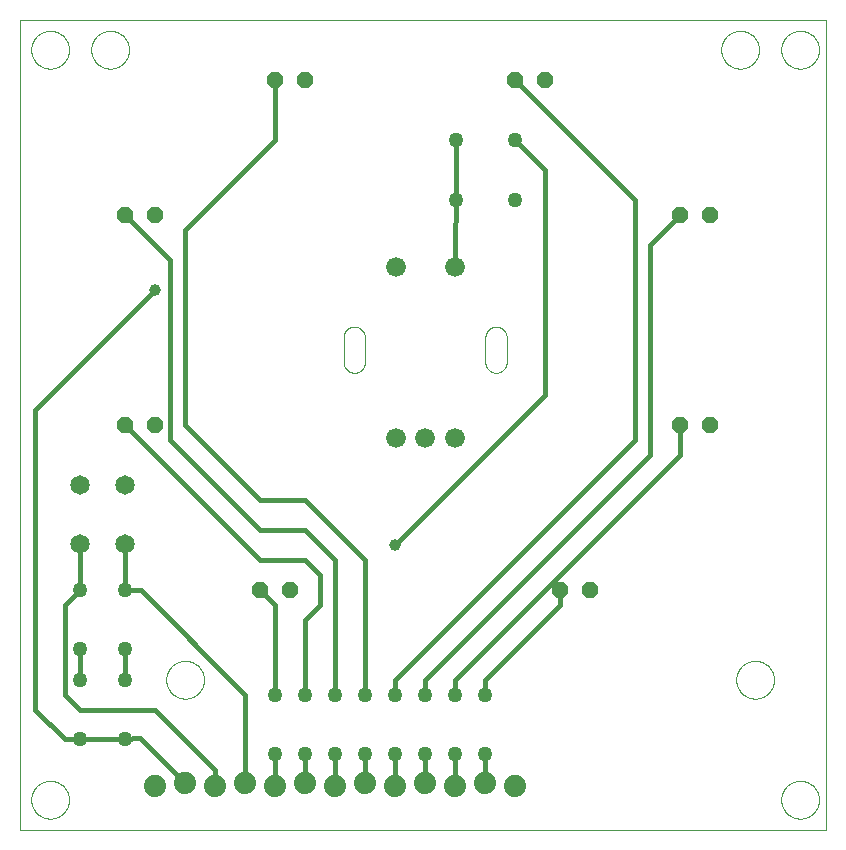
<source format=gtl>
G75*
%MOIN*%
%OFA0B0*%
%FSLAX25Y25*%
%IPPOS*%
%LPD*%
%AMOC8*
5,1,8,0,0,1.08239X$1,22.5*
%
%ADD10C,0.00000*%
%ADD11C,0.06500*%
%ADD12OC8,0.05200*%
%ADD13C,0.05000*%
%ADD14C,0.06600*%
%ADD15C,0.07400*%
%ADD16C,0.01600*%
%ADD17C,0.03962*%
D10*
X0001800Y0001800D02*
X0001800Y0271761D01*
X0270501Y0271761D01*
X0270501Y0001800D01*
X0001800Y0001800D01*
X0005501Y0011800D02*
X0005503Y0011958D01*
X0005509Y0012116D01*
X0005519Y0012274D01*
X0005533Y0012432D01*
X0005551Y0012589D01*
X0005572Y0012746D01*
X0005598Y0012902D01*
X0005628Y0013058D01*
X0005661Y0013213D01*
X0005699Y0013366D01*
X0005740Y0013519D01*
X0005785Y0013671D01*
X0005834Y0013822D01*
X0005887Y0013971D01*
X0005943Y0014119D01*
X0006003Y0014265D01*
X0006067Y0014410D01*
X0006135Y0014553D01*
X0006206Y0014695D01*
X0006280Y0014835D01*
X0006358Y0014972D01*
X0006440Y0015108D01*
X0006524Y0015242D01*
X0006613Y0015373D01*
X0006704Y0015502D01*
X0006799Y0015629D01*
X0006896Y0015754D01*
X0006997Y0015876D01*
X0007101Y0015995D01*
X0007208Y0016112D01*
X0007318Y0016226D01*
X0007431Y0016337D01*
X0007546Y0016446D01*
X0007664Y0016551D01*
X0007785Y0016653D01*
X0007908Y0016753D01*
X0008034Y0016849D01*
X0008162Y0016942D01*
X0008292Y0017032D01*
X0008425Y0017118D01*
X0008560Y0017202D01*
X0008696Y0017281D01*
X0008835Y0017358D01*
X0008976Y0017430D01*
X0009118Y0017500D01*
X0009262Y0017565D01*
X0009408Y0017627D01*
X0009555Y0017685D01*
X0009704Y0017740D01*
X0009854Y0017791D01*
X0010005Y0017838D01*
X0010157Y0017881D01*
X0010310Y0017920D01*
X0010465Y0017956D01*
X0010620Y0017987D01*
X0010776Y0018015D01*
X0010932Y0018039D01*
X0011089Y0018059D01*
X0011247Y0018075D01*
X0011404Y0018087D01*
X0011563Y0018095D01*
X0011721Y0018099D01*
X0011879Y0018099D01*
X0012037Y0018095D01*
X0012196Y0018087D01*
X0012353Y0018075D01*
X0012511Y0018059D01*
X0012668Y0018039D01*
X0012824Y0018015D01*
X0012980Y0017987D01*
X0013135Y0017956D01*
X0013290Y0017920D01*
X0013443Y0017881D01*
X0013595Y0017838D01*
X0013746Y0017791D01*
X0013896Y0017740D01*
X0014045Y0017685D01*
X0014192Y0017627D01*
X0014338Y0017565D01*
X0014482Y0017500D01*
X0014624Y0017430D01*
X0014765Y0017358D01*
X0014904Y0017281D01*
X0015040Y0017202D01*
X0015175Y0017118D01*
X0015308Y0017032D01*
X0015438Y0016942D01*
X0015566Y0016849D01*
X0015692Y0016753D01*
X0015815Y0016653D01*
X0015936Y0016551D01*
X0016054Y0016446D01*
X0016169Y0016337D01*
X0016282Y0016226D01*
X0016392Y0016112D01*
X0016499Y0015995D01*
X0016603Y0015876D01*
X0016704Y0015754D01*
X0016801Y0015629D01*
X0016896Y0015502D01*
X0016987Y0015373D01*
X0017076Y0015242D01*
X0017160Y0015108D01*
X0017242Y0014972D01*
X0017320Y0014835D01*
X0017394Y0014695D01*
X0017465Y0014553D01*
X0017533Y0014410D01*
X0017597Y0014265D01*
X0017657Y0014119D01*
X0017713Y0013971D01*
X0017766Y0013822D01*
X0017815Y0013671D01*
X0017860Y0013519D01*
X0017901Y0013366D01*
X0017939Y0013213D01*
X0017972Y0013058D01*
X0018002Y0012902D01*
X0018028Y0012746D01*
X0018049Y0012589D01*
X0018067Y0012432D01*
X0018081Y0012274D01*
X0018091Y0012116D01*
X0018097Y0011958D01*
X0018099Y0011800D01*
X0018097Y0011642D01*
X0018091Y0011484D01*
X0018081Y0011326D01*
X0018067Y0011168D01*
X0018049Y0011011D01*
X0018028Y0010854D01*
X0018002Y0010698D01*
X0017972Y0010542D01*
X0017939Y0010387D01*
X0017901Y0010234D01*
X0017860Y0010081D01*
X0017815Y0009929D01*
X0017766Y0009778D01*
X0017713Y0009629D01*
X0017657Y0009481D01*
X0017597Y0009335D01*
X0017533Y0009190D01*
X0017465Y0009047D01*
X0017394Y0008905D01*
X0017320Y0008765D01*
X0017242Y0008628D01*
X0017160Y0008492D01*
X0017076Y0008358D01*
X0016987Y0008227D01*
X0016896Y0008098D01*
X0016801Y0007971D01*
X0016704Y0007846D01*
X0016603Y0007724D01*
X0016499Y0007605D01*
X0016392Y0007488D01*
X0016282Y0007374D01*
X0016169Y0007263D01*
X0016054Y0007154D01*
X0015936Y0007049D01*
X0015815Y0006947D01*
X0015692Y0006847D01*
X0015566Y0006751D01*
X0015438Y0006658D01*
X0015308Y0006568D01*
X0015175Y0006482D01*
X0015040Y0006398D01*
X0014904Y0006319D01*
X0014765Y0006242D01*
X0014624Y0006170D01*
X0014482Y0006100D01*
X0014338Y0006035D01*
X0014192Y0005973D01*
X0014045Y0005915D01*
X0013896Y0005860D01*
X0013746Y0005809D01*
X0013595Y0005762D01*
X0013443Y0005719D01*
X0013290Y0005680D01*
X0013135Y0005644D01*
X0012980Y0005613D01*
X0012824Y0005585D01*
X0012668Y0005561D01*
X0012511Y0005541D01*
X0012353Y0005525D01*
X0012196Y0005513D01*
X0012037Y0005505D01*
X0011879Y0005501D01*
X0011721Y0005501D01*
X0011563Y0005505D01*
X0011404Y0005513D01*
X0011247Y0005525D01*
X0011089Y0005541D01*
X0010932Y0005561D01*
X0010776Y0005585D01*
X0010620Y0005613D01*
X0010465Y0005644D01*
X0010310Y0005680D01*
X0010157Y0005719D01*
X0010005Y0005762D01*
X0009854Y0005809D01*
X0009704Y0005860D01*
X0009555Y0005915D01*
X0009408Y0005973D01*
X0009262Y0006035D01*
X0009118Y0006100D01*
X0008976Y0006170D01*
X0008835Y0006242D01*
X0008696Y0006319D01*
X0008560Y0006398D01*
X0008425Y0006482D01*
X0008292Y0006568D01*
X0008162Y0006658D01*
X0008034Y0006751D01*
X0007908Y0006847D01*
X0007785Y0006947D01*
X0007664Y0007049D01*
X0007546Y0007154D01*
X0007431Y0007263D01*
X0007318Y0007374D01*
X0007208Y0007488D01*
X0007101Y0007605D01*
X0006997Y0007724D01*
X0006896Y0007846D01*
X0006799Y0007971D01*
X0006704Y0008098D01*
X0006613Y0008227D01*
X0006524Y0008358D01*
X0006440Y0008492D01*
X0006358Y0008628D01*
X0006280Y0008765D01*
X0006206Y0008905D01*
X0006135Y0009047D01*
X0006067Y0009190D01*
X0006003Y0009335D01*
X0005943Y0009481D01*
X0005887Y0009629D01*
X0005834Y0009778D01*
X0005785Y0009929D01*
X0005740Y0010081D01*
X0005699Y0010234D01*
X0005661Y0010387D01*
X0005628Y0010542D01*
X0005598Y0010698D01*
X0005572Y0010854D01*
X0005551Y0011011D01*
X0005533Y0011168D01*
X0005519Y0011326D01*
X0005509Y0011484D01*
X0005503Y0011642D01*
X0005501Y0011800D01*
X0050501Y0051800D02*
X0050503Y0051958D01*
X0050509Y0052116D01*
X0050519Y0052274D01*
X0050533Y0052432D01*
X0050551Y0052589D01*
X0050572Y0052746D01*
X0050598Y0052902D01*
X0050628Y0053058D01*
X0050661Y0053213D01*
X0050699Y0053366D01*
X0050740Y0053519D01*
X0050785Y0053671D01*
X0050834Y0053822D01*
X0050887Y0053971D01*
X0050943Y0054119D01*
X0051003Y0054265D01*
X0051067Y0054410D01*
X0051135Y0054553D01*
X0051206Y0054695D01*
X0051280Y0054835D01*
X0051358Y0054972D01*
X0051440Y0055108D01*
X0051524Y0055242D01*
X0051613Y0055373D01*
X0051704Y0055502D01*
X0051799Y0055629D01*
X0051896Y0055754D01*
X0051997Y0055876D01*
X0052101Y0055995D01*
X0052208Y0056112D01*
X0052318Y0056226D01*
X0052431Y0056337D01*
X0052546Y0056446D01*
X0052664Y0056551D01*
X0052785Y0056653D01*
X0052908Y0056753D01*
X0053034Y0056849D01*
X0053162Y0056942D01*
X0053292Y0057032D01*
X0053425Y0057118D01*
X0053560Y0057202D01*
X0053696Y0057281D01*
X0053835Y0057358D01*
X0053976Y0057430D01*
X0054118Y0057500D01*
X0054262Y0057565D01*
X0054408Y0057627D01*
X0054555Y0057685D01*
X0054704Y0057740D01*
X0054854Y0057791D01*
X0055005Y0057838D01*
X0055157Y0057881D01*
X0055310Y0057920D01*
X0055465Y0057956D01*
X0055620Y0057987D01*
X0055776Y0058015D01*
X0055932Y0058039D01*
X0056089Y0058059D01*
X0056247Y0058075D01*
X0056404Y0058087D01*
X0056563Y0058095D01*
X0056721Y0058099D01*
X0056879Y0058099D01*
X0057037Y0058095D01*
X0057196Y0058087D01*
X0057353Y0058075D01*
X0057511Y0058059D01*
X0057668Y0058039D01*
X0057824Y0058015D01*
X0057980Y0057987D01*
X0058135Y0057956D01*
X0058290Y0057920D01*
X0058443Y0057881D01*
X0058595Y0057838D01*
X0058746Y0057791D01*
X0058896Y0057740D01*
X0059045Y0057685D01*
X0059192Y0057627D01*
X0059338Y0057565D01*
X0059482Y0057500D01*
X0059624Y0057430D01*
X0059765Y0057358D01*
X0059904Y0057281D01*
X0060040Y0057202D01*
X0060175Y0057118D01*
X0060308Y0057032D01*
X0060438Y0056942D01*
X0060566Y0056849D01*
X0060692Y0056753D01*
X0060815Y0056653D01*
X0060936Y0056551D01*
X0061054Y0056446D01*
X0061169Y0056337D01*
X0061282Y0056226D01*
X0061392Y0056112D01*
X0061499Y0055995D01*
X0061603Y0055876D01*
X0061704Y0055754D01*
X0061801Y0055629D01*
X0061896Y0055502D01*
X0061987Y0055373D01*
X0062076Y0055242D01*
X0062160Y0055108D01*
X0062242Y0054972D01*
X0062320Y0054835D01*
X0062394Y0054695D01*
X0062465Y0054553D01*
X0062533Y0054410D01*
X0062597Y0054265D01*
X0062657Y0054119D01*
X0062713Y0053971D01*
X0062766Y0053822D01*
X0062815Y0053671D01*
X0062860Y0053519D01*
X0062901Y0053366D01*
X0062939Y0053213D01*
X0062972Y0053058D01*
X0063002Y0052902D01*
X0063028Y0052746D01*
X0063049Y0052589D01*
X0063067Y0052432D01*
X0063081Y0052274D01*
X0063091Y0052116D01*
X0063097Y0051958D01*
X0063099Y0051800D01*
X0063097Y0051642D01*
X0063091Y0051484D01*
X0063081Y0051326D01*
X0063067Y0051168D01*
X0063049Y0051011D01*
X0063028Y0050854D01*
X0063002Y0050698D01*
X0062972Y0050542D01*
X0062939Y0050387D01*
X0062901Y0050234D01*
X0062860Y0050081D01*
X0062815Y0049929D01*
X0062766Y0049778D01*
X0062713Y0049629D01*
X0062657Y0049481D01*
X0062597Y0049335D01*
X0062533Y0049190D01*
X0062465Y0049047D01*
X0062394Y0048905D01*
X0062320Y0048765D01*
X0062242Y0048628D01*
X0062160Y0048492D01*
X0062076Y0048358D01*
X0061987Y0048227D01*
X0061896Y0048098D01*
X0061801Y0047971D01*
X0061704Y0047846D01*
X0061603Y0047724D01*
X0061499Y0047605D01*
X0061392Y0047488D01*
X0061282Y0047374D01*
X0061169Y0047263D01*
X0061054Y0047154D01*
X0060936Y0047049D01*
X0060815Y0046947D01*
X0060692Y0046847D01*
X0060566Y0046751D01*
X0060438Y0046658D01*
X0060308Y0046568D01*
X0060175Y0046482D01*
X0060040Y0046398D01*
X0059904Y0046319D01*
X0059765Y0046242D01*
X0059624Y0046170D01*
X0059482Y0046100D01*
X0059338Y0046035D01*
X0059192Y0045973D01*
X0059045Y0045915D01*
X0058896Y0045860D01*
X0058746Y0045809D01*
X0058595Y0045762D01*
X0058443Y0045719D01*
X0058290Y0045680D01*
X0058135Y0045644D01*
X0057980Y0045613D01*
X0057824Y0045585D01*
X0057668Y0045561D01*
X0057511Y0045541D01*
X0057353Y0045525D01*
X0057196Y0045513D01*
X0057037Y0045505D01*
X0056879Y0045501D01*
X0056721Y0045501D01*
X0056563Y0045505D01*
X0056404Y0045513D01*
X0056247Y0045525D01*
X0056089Y0045541D01*
X0055932Y0045561D01*
X0055776Y0045585D01*
X0055620Y0045613D01*
X0055465Y0045644D01*
X0055310Y0045680D01*
X0055157Y0045719D01*
X0055005Y0045762D01*
X0054854Y0045809D01*
X0054704Y0045860D01*
X0054555Y0045915D01*
X0054408Y0045973D01*
X0054262Y0046035D01*
X0054118Y0046100D01*
X0053976Y0046170D01*
X0053835Y0046242D01*
X0053696Y0046319D01*
X0053560Y0046398D01*
X0053425Y0046482D01*
X0053292Y0046568D01*
X0053162Y0046658D01*
X0053034Y0046751D01*
X0052908Y0046847D01*
X0052785Y0046947D01*
X0052664Y0047049D01*
X0052546Y0047154D01*
X0052431Y0047263D01*
X0052318Y0047374D01*
X0052208Y0047488D01*
X0052101Y0047605D01*
X0051997Y0047724D01*
X0051896Y0047846D01*
X0051799Y0047971D01*
X0051704Y0048098D01*
X0051613Y0048227D01*
X0051524Y0048358D01*
X0051440Y0048492D01*
X0051358Y0048628D01*
X0051280Y0048765D01*
X0051206Y0048905D01*
X0051135Y0049047D01*
X0051067Y0049190D01*
X0051003Y0049335D01*
X0050943Y0049481D01*
X0050887Y0049629D01*
X0050834Y0049778D01*
X0050785Y0049929D01*
X0050740Y0050081D01*
X0050699Y0050234D01*
X0050661Y0050387D01*
X0050628Y0050542D01*
X0050598Y0050698D01*
X0050572Y0050854D01*
X0050551Y0051011D01*
X0050533Y0051168D01*
X0050519Y0051326D01*
X0050509Y0051484D01*
X0050503Y0051642D01*
X0050501Y0051800D01*
X0109635Y0157666D02*
X0109635Y0165934D01*
X0109637Y0166051D01*
X0109643Y0166168D01*
X0109652Y0166285D01*
X0109666Y0166401D01*
X0109683Y0166517D01*
X0109705Y0166632D01*
X0109730Y0166747D01*
X0109758Y0166860D01*
X0109791Y0166973D01*
X0109827Y0167084D01*
X0109867Y0167195D01*
X0109910Y0167303D01*
X0109957Y0167411D01*
X0110008Y0167516D01*
X0110062Y0167620D01*
X0110119Y0167722D01*
X0110180Y0167823D01*
X0110244Y0167921D01*
X0110312Y0168017D01*
X0110382Y0168110D01*
X0110456Y0168201D01*
X0110532Y0168290D01*
X0110611Y0168376D01*
X0110694Y0168460D01*
X0110778Y0168541D01*
X0110866Y0168619D01*
X0110956Y0168694D01*
X0111048Y0168766D01*
X0111143Y0168834D01*
X0111240Y0168900D01*
X0111339Y0168963D01*
X0111440Y0169022D01*
X0111543Y0169077D01*
X0111648Y0169130D01*
X0111755Y0169179D01*
X0111863Y0169224D01*
X0111972Y0169266D01*
X0112083Y0169304D01*
X0112195Y0169338D01*
X0112308Y0169369D01*
X0112422Y0169395D01*
X0112537Y0169419D01*
X0112653Y0169438D01*
X0112769Y0169453D01*
X0112885Y0169465D01*
X0113002Y0169473D01*
X0113119Y0169477D01*
X0113237Y0169477D01*
X0113354Y0169473D01*
X0113471Y0169465D01*
X0113587Y0169453D01*
X0113703Y0169438D01*
X0113819Y0169419D01*
X0113934Y0169395D01*
X0114048Y0169369D01*
X0114161Y0169338D01*
X0114273Y0169304D01*
X0114384Y0169266D01*
X0114493Y0169224D01*
X0114601Y0169179D01*
X0114708Y0169130D01*
X0114813Y0169077D01*
X0114916Y0169022D01*
X0115017Y0168963D01*
X0115116Y0168900D01*
X0115213Y0168834D01*
X0115308Y0168766D01*
X0115400Y0168694D01*
X0115490Y0168619D01*
X0115578Y0168541D01*
X0115662Y0168460D01*
X0115745Y0168376D01*
X0115824Y0168290D01*
X0115900Y0168201D01*
X0115974Y0168110D01*
X0116044Y0168017D01*
X0116112Y0167921D01*
X0116176Y0167823D01*
X0116237Y0167722D01*
X0116294Y0167620D01*
X0116348Y0167516D01*
X0116399Y0167411D01*
X0116446Y0167303D01*
X0116489Y0167195D01*
X0116529Y0167084D01*
X0116565Y0166973D01*
X0116598Y0166860D01*
X0116626Y0166747D01*
X0116651Y0166632D01*
X0116673Y0166517D01*
X0116690Y0166401D01*
X0116704Y0166285D01*
X0116713Y0166168D01*
X0116719Y0166051D01*
X0116721Y0165934D01*
X0116721Y0157666D01*
X0116719Y0157549D01*
X0116713Y0157432D01*
X0116704Y0157315D01*
X0116690Y0157199D01*
X0116673Y0157083D01*
X0116651Y0156968D01*
X0116626Y0156853D01*
X0116598Y0156740D01*
X0116565Y0156627D01*
X0116529Y0156516D01*
X0116489Y0156405D01*
X0116446Y0156297D01*
X0116399Y0156189D01*
X0116348Y0156084D01*
X0116294Y0155980D01*
X0116237Y0155878D01*
X0116176Y0155777D01*
X0116112Y0155679D01*
X0116044Y0155583D01*
X0115974Y0155490D01*
X0115900Y0155399D01*
X0115824Y0155310D01*
X0115745Y0155224D01*
X0115662Y0155140D01*
X0115578Y0155059D01*
X0115490Y0154981D01*
X0115400Y0154906D01*
X0115308Y0154834D01*
X0115213Y0154766D01*
X0115116Y0154700D01*
X0115017Y0154637D01*
X0114916Y0154578D01*
X0114813Y0154523D01*
X0114708Y0154470D01*
X0114601Y0154421D01*
X0114493Y0154376D01*
X0114384Y0154334D01*
X0114273Y0154296D01*
X0114161Y0154262D01*
X0114048Y0154231D01*
X0113934Y0154205D01*
X0113819Y0154181D01*
X0113703Y0154162D01*
X0113587Y0154147D01*
X0113471Y0154135D01*
X0113354Y0154127D01*
X0113237Y0154123D01*
X0113119Y0154123D01*
X0113002Y0154127D01*
X0112885Y0154135D01*
X0112769Y0154147D01*
X0112653Y0154162D01*
X0112537Y0154181D01*
X0112422Y0154205D01*
X0112308Y0154231D01*
X0112195Y0154262D01*
X0112083Y0154296D01*
X0111972Y0154334D01*
X0111863Y0154376D01*
X0111755Y0154421D01*
X0111648Y0154470D01*
X0111543Y0154523D01*
X0111440Y0154578D01*
X0111339Y0154637D01*
X0111240Y0154700D01*
X0111143Y0154766D01*
X0111048Y0154834D01*
X0110956Y0154906D01*
X0110866Y0154981D01*
X0110778Y0155059D01*
X0110694Y0155140D01*
X0110611Y0155224D01*
X0110532Y0155310D01*
X0110456Y0155399D01*
X0110382Y0155490D01*
X0110312Y0155583D01*
X0110244Y0155679D01*
X0110180Y0155777D01*
X0110119Y0155878D01*
X0110062Y0155980D01*
X0110008Y0156084D01*
X0109957Y0156189D01*
X0109910Y0156297D01*
X0109867Y0156405D01*
X0109827Y0156516D01*
X0109791Y0156627D01*
X0109758Y0156740D01*
X0109730Y0156853D01*
X0109705Y0156968D01*
X0109683Y0157083D01*
X0109666Y0157199D01*
X0109652Y0157315D01*
X0109643Y0157432D01*
X0109637Y0157549D01*
X0109635Y0157666D01*
X0156879Y0157666D02*
X0156879Y0165934D01*
X0156881Y0166051D01*
X0156887Y0166168D01*
X0156896Y0166285D01*
X0156910Y0166401D01*
X0156927Y0166517D01*
X0156949Y0166632D01*
X0156974Y0166747D01*
X0157002Y0166860D01*
X0157035Y0166973D01*
X0157071Y0167084D01*
X0157111Y0167195D01*
X0157154Y0167303D01*
X0157201Y0167411D01*
X0157252Y0167516D01*
X0157306Y0167620D01*
X0157363Y0167722D01*
X0157424Y0167823D01*
X0157488Y0167921D01*
X0157556Y0168017D01*
X0157626Y0168110D01*
X0157700Y0168201D01*
X0157776Y0168290D01*
X0157855Y0168376D01*
X0157938Y0168460D01*
X0158022Y0168541D01*
X0158110Y0168619D01*
X0158200Y0168694D01*
X0158292Y0168766D01*
X0158387Y0168834D01*
X0158484Y0168900D01*
X0158583Y0168963D01*
X0158684Y0169022D01*
X0158787Y0169077D01*
X0158892Y0169130D01*
X0158999Y0169179D01*
X0159107Y0169224D01*
X0159216Y0169266D01*
X0159327Y0169304D01*
X0159439Y0169338D01*
X0159552Y0169369D01*
X0159666Y0169395D01*
X0159781Y0169419D01*
X0159897Y0169438D01*
X0160013Y0169453D01*
X0160129Y0169465D01*
X0160246Y0169473D01*
X0160363Y0169477D01*
X0160481Y0169477D01*
X0160598Y0169473D01*
X0160715Y0169465D01*
X0160831Y0169453D01*
X0160947Y0169438D01*
X0161063Y0169419D01*
X0161178Y0169395D01*
X0161292Y0169369D01*
X0161405Y0169338D01*
X0161517Y0169304D01*
X0161628Y0169266D01*
X0161737Y0169224D01*
X0161845Y0169179D01*
X0161952Y0169130D01*
X0162057Y0169077D01*
X0162160Y0169022D01*
X0162261Y0168963D01*
X0162360Y0168900D01*
X0162457Y0168834D01*
X0162552Y0168766D01*
X0162644Y0168694D01*
X0162734Y0168619D01*
X0162822Y0168541D01*
X0162906Y0168460D01*
X0162989Y0168376D01*
X0163068Y0168290D01*
X0163144Y0168201D01*
X0163218Y0168110D01*
X0163288Y0168017D01*
X0163356Y0167921D01*
X0163420Y0167823D01*
X0163481Y0167722D01*
X0163538Y0167620D01*
X0163592Y0167516D01*
X0163643Y0167411D01*
X0163690Y0167303D01*
X0163733Y0167195D01*
X0163773Y0167084D01*
X0163809Y0166973D01*
X0163842Y0166860D01*
X0163870Y0166747D01*
X0163895Y0166632D01*
X0163917Y0166517D01*
X0163934Y0166401D01*
X0163948Y0166285D01*
X0163957Y0166168D01*
X0163963Y0166051D01*
X0163965Y0165934D01*
X0163965Y0157666D01*
X0163963Y0157549D01*
X0163957Y0157432D01*
X0163948Y0157315D01*
X0163934Y0157199D01*
X0163917Y0157083D01*
X0163895Y0156968D01*
X0163870Y0156853D01*
X0163842Y0156740D01*
X0163809Y0156627D01*
X0163773Y0156516D01*
X0163733Y0156405D01*
X0163690Y0156297D01*
X0163643Y0156189D01*
X0163592Y0156084D01*
X0163538Y0155980D01*
X0163481Y0155878D01*
X0163420Y0155777D01*
X0163356Y0155679D01*
X0163288Y0155583D01*
X0163218Y0155490D01*
X0163144Y0155399D01*
X0163068Y0155310D01*
X0162989Y0155224D01*
X0162906Y0155140D01*
X0162822Y0155059D01*
X0162734Y0154981D01*
X0162644Y0154906D01*
X0162552Y0154834D01*
X0162457Y0154766D01*
X0162360Y0154700D01*
X0162261Y0154637D01*
X0162160Y0154578D01*
X0162057Y0154523D01*
X0161952Y0154470D01*
X0161845Y0154421D01*
X0161737Y0154376D01*
X0161628Y0154334D01*
X0161517Y0154296D01*
X0161405Y0154262D01*
X0161292Y0154231D01*
X0161178Y0154205D01*
X0161063Y0154181D01*
X0160947Y0154162D01*
X0160831Y0154147D01*
X0160715Y0154135D01*
X0160598Y0154127D01*
X0160481Y0154123D01*
X0160363Y0154123D01*
X0160246Y0154127D01*
X0160129Y0154135D01*
X0160013Y0154147D01*
X0159897Y0154162D01*
X0159781Y0154181D01*
X0159666Y0154205D01*
X0159552Y0154231D01*
X0159439Y0154262D01*
X0159327Y0154296D01*
X0159216Y0154334D01*
X0159107Y0154376D01*
X0158999Y0154421D01*
X0158892Y0154470D01*
X0158787Y0154523D01*
X0158684Y0154578D01*
X0158583Y0154637D01*
X0158484Y0154700D01*
X0158387Y0154766D01*
X0158292Y0154834D01*
X0158200Y0154906D01*
X0158110Y0154981D01*
X0158022Y0155059D01*
X0157938Y0155140D01*
X0157855Y0155224D01*
X0157776Y0155310D01*
X0157700Y0155399D01*
X0157626Y0155490D01*
X0157556Y0155583D01*
X0157488Y0155679D01*
X0157424Y0155777D01*
X0157363Y0155878D01*
X0157306Y0155980D01*
X0157252Y0156084D01*
X0157201Y0156189D01*
X0157154Y0156297D01*
X0157111Y0156405D01*
X0157071Y0156516D01*
X0157035Y0156627D01*
X0157002Y0156740D01*
X0156974Y0156853D01*
X0156949Y0156968D01*
X0156927Y0157083D01*
X0156910Y0157199D01*
X0156896Y0157315D01*
X0156887Y0157432D01*
X0156881Y0157549D01*
X0156879Y0157666D01*
X0235501Y0261800D02*
X0235503Y0261958D01*
X0235509Y0262116D01*
X0235519Y0262274D01*
X0235533Y0262432D01*
X0235551Y0262589D01*
X0235572Y0262746D01*
X0235598Y0262902D01*
X0235628Y0263058D01*
X0235661Y0263213D01*
X0235699Y0263366D01*
X0235740Y0263519D01*
X0235785Y0263671D01*
X0235834Y0263822D01*
X0235887Y0263971D01*
X0235943Y0264119D01*
X0236003Y0264265D01*
X0236067Y0264410D01*
X0236135Y0264553D01*
X0236206Y0264695D01*
X0236280Y0264835D01*
X0236358Y0264972D01*
X0236440Y0265108D01*
X0236524Y0265242D01*
X0236613Y0265373D01*
X0236704Y0265502D01*
X0236799Y0265629D01*
X0236896Y0265754D01*
X0236997Y0265876D01*
X0237101Y0265995D01*
X0237208Y0266112D01*
X0237318Y0266226D01*
X0237431Y0266337D01*
X0237546Y0266446D01*
X0237664Y0266551D01*
X0237785Y0266653D01*
X0237908Y0266753D01*
X0238034Y0266849D01*
X0238162Y0266942D01*
X0238292Y0267032D01*
X0238425Y0267118D01*
X0238560Y0267202D01*
X0238696Y0267281D01*
X0238835Y0267358D01*
X0238976Y0267430D01*
X0239118Y0267500D01*
X0239262Y0267565D01*
X0239408Y0267627D01*
X0239555Y0267685D01*
X0239704Y0267740D01*
X0239854Y0267791D01*
X0240005Y0267838D01*
X0240157Y0267881D01*
X0240310Y0267920D01*
X0240465Y0267956D01*
X0240620Y0267987D01*
X0240776Y0268015D01*
X0240932Y0268039D01*
X0241089Y0268059D01*
X0241247Y0268075D01*
X0241404Y0268087D01*
X0241563Y0268095D01*
X0241721Y0268099D01*
X0241879Y0268099D01*
X0242037Y0268095D01*
X0242196Y0268087D01*
X0242353Y0268075D01*
X0242511Y0268059D01*
X0242668Y0268039D01*
X0242824Y0268015D01*
X0242980Y0267987D01*
X0243135Y0267956D01*
X0243290Y0267920D01*
X0243443Y0267881D01*
X0243595Y0267838D01*
X0243746Y0267791D01*
X0243896Y0267740D01*
X0244045Y0267685D01*
X0244192Y0267627D01*
X0244338Y0267565D01*
X0244482Y0267500D01*
X0244624Y0267430D01*
X0244765Y0267358D01*
X0244904Y0267281D01*
X0245040Y0267202D01*
X0245175Y0267118D01*
X0245308Y0267032D01*
X0245438Y0266942D01*
X0245566Y0266849D01*
X0245692Y0266753D01*
X0245815Y0266653D01*
X0245936Y0266551D01*
X0246054Y0266446D01*
X0246169Y0266337D01*
X0246282Y0266226D01*
X0246392Y0266112D01*
X0246499Y0265995D01*
X0246603Y0265876D01*
X0246704Y0265754D01*
X0246801Y0265629D01*
X0246896Y0265502D01*
X0246987Y0265373D01*
X0247076Y0265242D01*
X0247160Y0265108D01*
X0247242Y0264972D01*
X0247320Y0264835D01*
X0247394Y0264695D01*
X0247465Y0264553D01*
X0247533Y0264410D01*
X0247597Y0264265D01*
X0247657Y0264119D01*
X0247713Y0263971D01*
X0247766Y0263822D01*
X0247815Y0263671D01*
X0247860Y0263519D01*
X0247901Y0263366D01*
X0247939Y0263213D01*
X0247972Y0263058D01*
X0248002Y0262902D01*
X0248028Y0262746D01*
X0248049Y0262589D01*
X0248067Y0262432D01*
X0248081Y0262274D01*
X0248091Y0262116D01*
X0248097Y0261958D01*
X0248099Y0261800D01*
X0248097Y0261642D01*
X0248091Y0261484D01*
X0248081Y0261326D01*
X0248067Y0261168D01*
X0248049Y0261011D01*
X0248028Y0260854D01*
X0248002Y0260698D01*
X0247972Y0260542D01*
X0247939Y0260387D01*
X0247901Y0260234D01*
X0247860Y0260081D01*
X0247815Y0259929D01*
X0247766Y0259778D01*
X0247713Y0259629D01*
X0247657Y0259481D01*
X0247597Y0259335D01*
X0247533Y0259190D01*
X0247465Y0259047D01*
X0247394Y0258905D01*
X0247320Y0258765D01*
X0247242Y0258628D01*
X0247160Y0258492D01*
X0247076Y0258358D01*
X0246987Y0258227D01*
X0246896Y0258098D01*
X0246801Y0257971D01*
X0246704Y0257846D01*
X0246603Y0257724D01*
X0246499Y0257605D01*
X0246392Y0257488D01*
X0246282Y0257374D01*
X0246169Y0257263D01*
X0246054Y0257154D01*
X0245936Y0257049D01*
X0245815Y0256947D01*
X0245692Y0256847D01*
X0245566Y0256751D01*
X0245438Y0256658D01*
X0245308Y0256568D01*
X0245175Y0256482D01*
X0245040Y0256398D01*
X0244904Y0256319D01*
X0244765Y0256242D01*
X0244624Y0256170D01*
X0244482Y0256100D01*
X0244338Y0256035D01*
X0244192Y0255973D01*
X0244045Y0255915D01*
X0243896Y0255860D01*
X0243746Y0255809D01*
X0243595Y0255762D01*
X0243443Y0255719D01*
X0243290Y0255680D01*
X0243135Y0255644D01*
X0242980Y0255613D01*
X0242824Y0255585D01*
X0242668Y0255561D01*
X0242511Y0255541D01*
X0242353Y0255525D01*
X0242196Y0255513D01*
X0242037Y0255505D01*
X0241879Y0255501D01*
X0241721Y0255501D01*
X0241563Y0255505D01*
X0241404Y0255513D01*
X0241247Y0255525D01*
X0241089Y0255541D01*
X0240932Y0255561D01*
X0240776Y0255585D01*
X0240620Y0255613D01*
X0240465Y0255644D01*
X0240310Y0255680D01*
X0240157Y0255719D01*
X0240005Y0255762D01*
X0239854Y0255809D01*
X0239704Y0255860D01*
X0239555Y0255915D01*
X0239408Y0255973D01*
X0239262Y0256035D01*
X0239118Y0256100D01*
X0238976Y0256170D01*
X0238835Y0256242D01*
X0238696Y0256319D01*
X0238560Y0256398D01*
X0238425Y0256482D01*
X0238292Y0256568D01*
X0238162Y0256658D01*
X0238034Y0256751D01*
X0237908Y0256847D01*
X0237785Y0256947D01*
X0237664Y0257049D01*
X0237546Y0257154D01*
X0237431Y0257263D01*
X0237318Y0257374D01*
X0237208Y0257488D01*
X0237101Y0257605D01*
X0236997Y0257724D01*
X0236896Y0257846D01*
X0236799Y0257971D01*
X0236704Y0258098D01*
X0236613Y0258227D01*
X0236524Y0258358D01*
X0236440Y0258492D01*
X0236358Y0258628D01*
X0236280Y0258765D01*
X0236206Y0258905D01*
X0236135Y0259047D01*
X0236067Y0259190D01*
X0236003Y0259335D01*
X0235943Y0259481D01*
X0235887Y0259629D01*
X0235834Y0259778D01*
X0235785Y0259929D01*
X0235740Y0260081D01*
X0235699Y0260234D01*
X0235661Y0260387D01*
X0235628Y0260542D01*
X0235598Y0260698D01*
X0235572Y0260854D01*
X0235551Y0261011D01*
X0235533Y0261168D01*
X0235519Y0261326D01*
X0235509Y0261484D01*
X0235503Y0261642D01*
X0235501Y0261800D01*
X0255501Y0261800D02*
X0255503Y0261958D01*
X0255509Y0262116D01*
X0255519Y0262274D01*
X0255533Y0262432D01*
X0255551Y0262589D01*
X0255572Y0262746D01*
X0255598Y0262902D01*
X0255628Y0263058D01*
X0255661Y0263213D01*
X0255699Y0263366D01*
X0255740Y0263519D01*
X0255785Y0263671D01*
X0255834Y0263822D01*
X0255887Y0263971D01*
X0255943Y0264119D01*
X0256003Y0264265D01*
X0256067Y0264410D01*
X0256135Y0264553D01*
X0256206Y0264695D01*
X0256280Y0264835D01*
X0256358Y0264972D01*
X0256440Y0265108D01*
X0256524Y0265242D01*
X0256613Y0265373D01*
X0256704Y0265502D01*
X0256799Y0265629D01*
X0256896Y0265754D01*
X0256997Y0265876D01*
X0257101Y0265995D01*
X0257208Y0266112D01*
X0257318Y0266226D01*
X0257431Y0266337D01*
X0257546Y0266446D01*
X0257664Y0266551D01*
X0257785Y0266653D01*
X0257908Y0266753D01*
X0258034Y0266849D01*
X0258162Y0266942D01*
X0258292Y0267032D01*
X0258425Y0267118D01*
X0258560Y0267202D01*
X0258696Y0267281D01*
X0258835Y0267358D01*
X0258976Y0267430D01*
X0259118Y0267500D01*
X0259262Y0267565D01*
X0259408Y0267627D01*
X0259555Y0267685D01*
X0259704Y0267740D01*
X0259854Y0267791D01*
X0260005Y0267838D01*
X0260157Y0267881D01*
X0260310Y0267920D01*
X0260465Y0267956D01*
X0260620Y0267987D01*
X0260776Y0268015D01*
X0260932Y0268039D01*
X0261089Y0268059D01*
X0261247Y0268075D01*
X0261404Y0268087D01*
X0261563Y0268095D01*
X0261721Y0268099D01*
X0261879Y0268099D01*
X0262037Y0268095D01*
X0262196Y0268087D01*
X0262353Y0268075D01*
X0262511Y0268059D01*
X0262668Y0268039D01*
X0262824Y0268015D01*
X0262980Y0267987D01*
X0263135Y0267956D01*
X0263290Y0267920D01*
X0263443Y0267881D01*
X0263595Y0267838D01*
X0263746Y0267791D01*
X0263896Y0267740D01*
X0264045Y0267685D01*
X0264192Y0267627D01*
X0264338Y0267565D01*
X0264482Y0267500D01*
X0264624Y0267430D01*
X0264765Y0267358D01*
X0264904Y0267281D01*
X0265040Y0267202D01*
X0265175Y0267118D01*
X0265308Y0267032D01*
X0265438Y0266942D01*
X0265566Y0266849D01*
X0265692Y0266753D01*
X0265815Y0266653D01*
X0265936Y0266551D01*
X0266054Y0266446D01*
X0266169Y0266337D01*
X0266282Y0266226D01*
X0266392Y0266112D01*
X0266499Y0265995D01*
X0266603Y0265876D01*
X0266704Y0265754D01*
X0266801Y0265629D01*
X0266896Y0265502D01*
X0266987Y0265373D01*
X0267076Y0265242D01*
X0267160Y0265108D01*
X0267242Y0264972D01*
X0267320Y0264835D01*
X0267394Y0264695D01*
X0267465Y0264553D01*
X0267533Y0264410D01*
X0267597Y0264265D01*
X0267657Y0264119D01*
X0267713Y0263971D01*
X0267766Y0263822D01*
X0267815Y0263671D01*
X0267860Y0263519D01*
X0267901Y0263366D01*
X0267939Y0263213D01*
X0267972Y0263058D01*
X0268002Y0262902D01*
X0268028Y0262746D01*
X0268049Y0262589D01*
X0268067Y0262432D01*
X0268081Y0262274D01*
X0268091Y0262116D01*
X0268097Y0261958D01*
X0268099Y0261800D01*
X0268097Y0261642D01*
X0268091Y0261484D01*
X0268081Y0261326D01*
X0268067Y0261168D01*
X0268049Y0261011D01*
X0268028Y0260854D01*
X0268002Y0260698D01*
X0267972Y0260542D01*
X0267939Y0260387D01*
X0267901Y0260234D01*
X0267860Y0260081D01*
X0267815Y0259929D01*
X0267766Y0259778D01*
X0267713Y0259629D01*
X0267657Y0259481D01*
X0267597Y0259335D01*
X0267533Y0259190D01*
X0267465Y0259047D01*
X0267394Y0258905D01*
X0267320Y0258765D01*
X0267242Y0258628D01*
X0267160Y0258492D01*
X0267076Y0258358D01*
X0266987Y0258227D01*
X0266896Y0258098D01*
X0266801Y0257971D01*
X0266704Y0257846D01*
X0266603Y0257724D01*
X0266499Y0257605D01*
X0266392Y0257488D01*
X0266282Y0257374D01*
X0266169Y0257263D01*
X0266054Y0257154D01*
X0265936Y0257049D01*
X0265815Y0256947D01*
X0265692Y0256847D01*
X0265566Y0256751D01*
X0265438Y0256658D01*
X0265308Y0256568D01*
X0265175Y0256482D01*
X0265040Y0256398D01*
X0264904Y0256319D01*
X0264765Y0256242D01*
X0264624Y0256170D01*
X0264482Y0256100D01*
X0264338Y0256035D01*
X0264192Y0255973D01*
X0264045Y0255915D01*
X0263896Y0255860D01*
X0263746Y0255809D01*
X0263595Y0255762D01*
X0263443Y0255719D01*
X0263290Y0255680D01*
X0263135Y0255644D01*
X0262980Y0255613D01*
X0262824Y0255585D01*
X0262668Y0255561D01*
X0262511Y0255541D01*
X0262353Y0255525D01*
X0262196Y0255513D01*
X0262037Y0255505D01*
X0261879Y0255501D01*
X0261721Y0255501D01*
X0261563Y0255505D01*
X0261404Y0255513D01*
X0261247Y0255525D01*
X0261089Y0255541D01*
X0260932Y0255561D01*
X0260776Y0255585D01*
X0260620Y0255613D01*
X0260465Y0255644D01*
X0260310Y0255680D01*
X0260157Y0255719D01*
X0260005Y0255762D01*
X0259854Y0255809D01*
X0259704Y0255860D01*
X0259555Y0255915D01*
X0259408Y0255973D01*
X0259262Y0256035D01*
X0259118Y0256100D01*
X0258976Y0256170D01*
X0258835Y0256242D01*
X0258696Y0256319D01*
X0258560Y0256398D01*
X0258425Y0256482D01*
X0258292Y0256568D01*
X0258162Y0256658D01*
X0258034Y0256751D01*
X0257908Y0256847D01*
X0257785Y0256947D01*
X0257664Y0257049D01*
X0257546Y0257154D01*
X0257431Y0257263D01*
X0257318Y0257374D01*
X0257208Y0257488D01*
X0257101Y0257605D01*
X0256997Y0257724D01*
X0256896Y0257846D01*
X0256799Y0257971D01*
X0256704Y0258098D01*
X0256613Y0258227D01*
X0256524Y0258358D01*
X0256440Y0258492D01*
X0256358Y0258628D01*
X0256280Y0258765D01*
X0256206Y0258905D01*
X0256135Y0259047D01*
X0256067Y0259190D01*
X0256003Y0259335D01*
X0255943Y0259481D01*
X0255887Y0259629D01*
X0255834Y0259778D01*
X0255785Y0259929D01*
X0255740Y0260081D01*
X0255699Y0260234D01*
X0255661Y0260387D01*
X0255628Y0260542D01*
X0255598Y0260698D01*
X0255572Y0260854D01*
X0255551Y0261011D01*
X0255533Y0261168D01*
X0255519Y0261326D01*
X0255509Y0261484D01*
X0255503Y0261642D01*
X0255501Y0261800D01*
X0240501Y0051800D02*
X0240503Y0051958D01*
X0240509Y0052116D01*
X0240519Y0052274D01*
X0240533Y0052432D01*
X0240551Y0052589D01*
X0240572Y0052746D01*
X0240598Y0052902D01*
X0240628Y0053058D01*
X0240661Y0053213D01*
X0240699Y0053366D01*
X0240740Y0053519D01*
X0240785Y0053671D01*
X0240834Y0053822D01*
X0240887Y0053971D01*
X0240943Y0054119D01*
X0241003Y0054265D01*
X0241067Y0054410D01*
X0241135Y0054553D01*
X0241206Y0054695D01*
X0241280Y0054835D01*
X0241358Y0054972D01*
X0241440Y0055108D01*
X0241524Y0055242D01*
X0241613Y0055373D01*
X0241704Y0055502D01*
X0241799Y0055629D01*
X0241896Y0055754D01*
X0241997Y0055876D01*
X0242101Y0055995D01*
X0242208Y0056112D01*
X0242318Y0056226D01*
X0242431Y0056337D01*
X0242546Y0056446D01*
X0242664Y0056551D01*
X0242785Y0056653D01*
X0242908Y0056753D01*
X0243034Y0056849D01*
X0243162Y0056942D01*
X0243292Y0057032D01*
X0243425Y0057118D01*
X0243560Y0057202D01*
X0243696Y0057281D01*
X0243835Y0057358D01*
X0243976Y0057430D01*
X0244118Y0057500D01*
X0244262Y0057565D01*
X0244408Y0057627D01*
X0244555Y0057685D01*
X0244704Y0057740D01*
X0244854Y0057791D01*
X0245005Y0057838D01*
X0245157Y0057881D01*
X0245310Y0057920D01*
X0245465Y0057956D01*
X0245620Y0057987D01*
X0245776Y0058015D01*
X0245932Y0058039D01*
X0246089Y0058059D01*
X0246247Y0058075D01*
X0246404Y0058087D01*
X0246563Y0058095D01*
X0246721Y0058099D01*
X0246879Y0058099D01*
X0247037Y0058095D01*
X0247196Y0058087D01*
X0247353Y0058075D01*
X0247511Y0058059D01*
X0247668Y0058039D01*
X0247824Y0058015D01*
X0247980Y0057987D01*
X0248135Y0057956D01*
X0248290Y0057920D01*
X0248443Y0057881D01*
X0248595Y0057838D01*
X0248746Y0057791D01*
X0248896Y0057740D01*
X0249045Y0057685D01*
X0249192Y0057627D01*
X0249338Y0057565D01*
X0249482Y0057500D01*
X0249624Y0057430D01*
X0249765Y0057358D01*
X0249904Y0057281D01*
X0250040Y0057202D01*
X0250175Y0057118D01*
X0250308Y0057032D01*
X0250438Y0056942D01*
X0250566Y0056849D01*
X0250692Y0056753D01*
X0250815Y0056653D01*
X0250936Y0056551D01*
X0251054Y0056446D01*
X0251169Y0056337D01*
X0251282Y0056226D01*
X0251392Y0056112D01*
X0251499Y0055995D01*
X0251603Y0055876D01*
X0251704Y0055754D01*
X0251801Y0055629D01*
X0251896Y0055502D01*
X0251987Y0055373D01*
X0252076Y0055242D01*
X0252160Y0055108D01*
X0252242Y0054972D01*
X0252320Y0054835D01*
X0252394Y0054695D01*
X0252465Y0054553D01*
X0252533Y0054410D01*
X0252597Y0054265D01*
X0252657Y0054119D01*
X0252713Y0053971D01*
X0252766Y0053822D01*
X0252815Y0053671D01*
X0252860Y0053519D01*
X0252901Y0053366D01*
X0252939Y0053213D01*
X0252972Y0053058D01*
X0253002Y0052902D01*
X0253028Y0052746D01*
X0253049Y0052589D01*
X0253067Y0052432D01*
X0253081Y0052274D01*
X0253091Y0052116D01*
X0253097Y0051958D01*
X0253099Y0051800D01*
X0253097Y0051642D01*
X0253091Y0051484D01*
X0253081Y0051326D01*
X0253067Y0051168D01*
X0253049Y0051011D01*
X0253028Y0050854D01*
X0253002Y0050698D01*
X0252972Y0050542D01*
X0252939Y0050387D01*
X0252901Y0050234D01*
X0252860Y0050081D01*
X0252815Y0049929D01*
X0252766Y0049778D01*
X0252713Y0049629D01*
X0252657Y0049481D01*
X0252597Y0049335D01*
X0252533Y0049190D01*
X0252465Y0049047D01*
X0252394Y0048905D01*
X0252320Y0048765D01*
X0252242Y0048628D01*
X0252160Y0048492D01*
X0252076Y0048358D01*
X0251987Y0048227D01*
X0251896Y0048098D01*
X0251801Y0047971D01*
X0251704Y0047846D01*
X0251603Y0047724D01*
X0251499Y0047605D01*
X0251392Y0047488D01*
X0251282Y0047374D01*
X0251169Y0047263D01*
X0251054Y0047154D01*
X0250936Y0047049D01*
X0250815Y0046947D01*
X0250692Y0046847D01*
X0250566Y0046751D01*
X0250438Y0046658D01*
X0250308Y0046568D01*
X0250175Y0046482D01*
X0250040Y0046398D01*
X0249904Y0046319D01*
X0249765Y0046242D01*
X0249624Y0046170D01*
X0249482Y0046100D01*
X0249338Y0046035D01*
X0249192Y0045973D01*
X0249045Y0045915D01*
X0248896Y0045860D01*
X0248746Y0045809D01*
X0248595Y0045762D01*
X0248443Y0045719D01*
X0248290Y0045680D01*
X0248135Y0045644D01*
X0247980Y0045613D01*
X0247824Y0045585D01*
X0247668Y0045561D01*
X0247511Y0045541D01*
X0247353Y0045525D01*
X0247196Y0045513D01*
X0247037Y0045505D01*
X0246879Y0045501D01*
X0246721Y0045501D01*
X0246563Y0045505D01*
X0246404Y0045513D01*
X0246247Y0045525D01*
X0246089Y0045541D01*
X0245932Y0045561D01*
X0245776Y0045585D01*
X0245620Y0045613D01*
X0245465Y0045644D01*
X0245310Y0045680D01*
X0245157Y0045719D01*
X0245005Y0045762D01*
X0244854Y0045809D01*
X0244704Y0045860D01*
X0244555Y0045915D01*
X0244408Y0045973D01*
X0244262Y0046035D01*
X0244118Y0046100D01*
X0243976Y0046170D01*
X0243835Y0046242D01*
X0243696Y0046319D01*
X0243560Y0046398D01*
X0243425Y0046482D01*
X0243292Y0046568D01*
X0243162Y0046658D01*
X0243034Y0046751D01*
X0242908Y0046847D01*
X0242785Y0046947D01*
X0242664Y0047049D01*
X0242546Y0047154D01*
X0242431Y0047263D01*
X0242318Y0047374D01*
X0242208Y0047488D01*
X0242101Y0047605D01*
X0241997Y0047724D01*
X0241896Y0047846D01*
X0241799Y0047971D01*
X0241704Y0048098D01*
X0241613Y0048227D01*
X0241524Y0048358D01*
X0241440Y0048492D01*
X0241358Y0048628D01*
X0241280Y0048765D01*
X0241206Y0048905D01*
X0241135Y0049047D01*
X0241067Y0049190D01*
X0241003Y0049335D01*
X0240943Y0049481D01*
X0240887Y0049629D01*
X0240834Y0049778D01*
X0240785Y0049929D01*
X0240740Y0050081D01*
X0240699Y0050234D01*
X0240661Y0050387D01*
X0240628Y0050542D01*
X0240598Y0050698D01*
X0240572Y0050854D01*
X0240551Y0051011D01*
X0240533Y0051168D01*
X0240519Y0051326D01*
X0240509Y0051484D01*
X0240503Y0051642D01*
X0240501Y0051800D01*
X0255501Y0011800D02*
X0255503Y0011958D01*
X0255509Y0012116D01*
X0255519Y0012274D01*
X0255533Y0012432D01*
X0255551Y0012589D01*
X0255572Y0012746D01*
X0255598Y0012902D01*
X0255628Y0013058D01*
X0255661Y0013213D01*
X0255699Y0013366D01*
X0255740Y0013519D01*
X0255785Y0013671D01*
X0255834Y0013822D01*
X0255887Y0013971D01*
X0255943Y0014119D01*
X0256003Y0014265D01*
X0256067Y0014410D01*
X0256135Y0014553D01*
X0256206Y0014695D01*
X0256280Y0014835D01*
X0256358Y0014972D01*
X0256440Y0015108D01*
X0256524Y0015242D01*
X0256613Y0015373D01*
X0256704Y0015502D01*
X0256799Y0015629D01*
X0256896Y0015754D01*
X0256997Y0015876D01*
X0257101Y0015995D01*
X0257208Y0016112D01*
X0257318Y0016226D01*
X0257431Y0016337D01*
X0257546Y0016446D01*
X0257664Y0016551D01*
X0257785Y0016653D01*
X0257908Y0016753D01*
X0258034Y0016849D01*
X0258162Y0016942D01*
X0258292Y0017032D01*
X0258425Y0017118D01*
X0258560Y0017202D01*
X0258696Y0017281D01*
X0258835Y0017358D01*
X0258976Y0017430D01*
X0259118Y0017500D01*
X0259262Y0017565D01*
X0259408Y0017627D01*
X0259555Y0017685D01*
X0259704Y0017740D01*
X0259854Y0017791D01*
X0260005Y0017838D01*
X0260157Y0017881D01*
X0260310Y0017920D01*
X0260465Y0017956D01*
X0260620Y0017987D01*
X0260776Y0018015D01*
X0260932Y0018039D01*
X0261089Y0018059D01*
X0261247Y0018075D01*
X0261404Y0018087D01*
X0261563Y0018095D01*
X0261721Y0018099D01*
X0261879Y0018099D01*
X0262037Y0018095D01*
X0262196Y0018087D01*
X0262353Y0018075D01*
X0262511Y0018059D01*
X0262668Y0018039D01*
X0262824Y0018015D01*
X0262980Y0017987D01*
X0263135Y0017956D01*
X0263290Y0017920D01*
X0263443Y0017881D01*
X0263595Y0017838D01*
X0263746Y0017791D01*
X0263896Y0017740D01*
X0264045Y0017685D01*
X0264192Y0017627D01*
X0264338Y0017565D01*
X0264482Y0017500D01*
X0264624Y0017430D01*
X0264765Y0017358D01*
X0264904Y0017281D01*
X0265040Y0017202D01*
X0265175Y0017118D01*
X0265308Y0017032D01*
X0265438Y0016942D01*
X0265566Y0016849D01*
X0265692Y0016753D01*
X0265815Y0016653D01*
X0265936Y0016551D01*
X0266054Y0016446D01*
X0266169Y0016337D01*
X0266282Y0016226D01*
X0266392Y0016112D01*
X0266499Y0015995D01*
X0266603Y0015876D01*
X0266704Y0015754D01*
X0266801Y0015629D01*
X0266896Y0015502D01*
X0266987Y0015373D01*
X0267076Y0015242D01*
X0267160Y0015108D01*
X0267242Y0014972D01*
X0267320Y0014835D01*
X0267394Y0014695D01*
X0267465Y0014553D01*
X0267533Y0014410D01*
X0267597Y0014265D01*
X0267657Y0014119D01*
X0267713Y0013971D01*
X0267766Y0013822D01*
X0267815Y0013671D01*
X0267860Y0013519D01*
X0267901Y0013366D01*
X0267939Y0013213D01*
X0267972Y0013058D01*
X0268002Y0012902D01*
X0268028Y0012746D01*
X0268049Y0012589D01*
X0268067Y0012432D01*
X0268081Y0012274D01*
X0268091Y0012116D01*
X0268097Y0011958D01*
X0268099Y0011800D01*
X0268097Y0011642D01*
X0268091Y0011484D01*
X0268081Y0011326D01*
X0268067Y0011168D01*
X0268049Y0011011D01*
X0268028Y0010854D01*
X0268002Y0010698D01*
X0267972Y0010542D01*
X0267939Y0010387D01*
X0267901Y0010234D01*
X0267860Y0010081D01*
X0267815Y0009929D01*
X0267766Y0009778D01*
X0267713Y0009629D01*
X0267657Y0009481D01*
X0267597Y0009335D01*
X0267533Y0009190D01*
X0267465Y0009047D01*
X0267394Y0008905D01*
X0267320Y0008765D01*
X0267242Y0008628D01*
X0267160Y0008492D01*
X0267076Y0008358D01*
X0266987Y0008227D01*
X0266896Y0008098D01*
X0266801Y0007971D01*
X0266704Y0007846D01*
X0266603Y0007724D01*
X0266499Y0007605D01*
X0266392Y0007488D01*
X0266282Y0007374D01*
X0266169Y0007263D01*
X0266054Y0007154D01*
X0265936Y0007049D01*
X0265815Y0006947D01*
X0265692Y0006847D01*
X0265566Y0006751D01*
X0265438Y0006658D01*
X0265308Y0006568D01*
X0265175Y0006482D01*
X0265040Y0006398D01*
X0264904Y0006319D01*
X0264765Y0006242D01*
X0264624Y0006170D01*
X0264482Y0006100D01*
X0264338Y0006035D01*
X0264192Y0005973D01*
X0264045Y0005915D01*
X0263896Y0005860D01*
X0263746Y0005809D01*
X0263595Y0005762D01*
X0263443Y0005719D01*
X0263290Y0005680D01*
X0263135Y0005644D01*
X0262980Y0005613D01*
X0262824Y0005585D01*
X0262668Y0005561D01*
X0262511Y0005541D01*
X0262353Y0005525D01*
X0262196Y0005513D01*
X0262037Y0005505D01*
X0261879Y0005501D01*
X0261721Y0005501D01*
X0261563Y0005505D01*
X0261404Y0005513D01*
X0261247Y0005525D01*
X0261089Y0005541D01*
X0260932Y0005561D01*
X0260776Y0005585D01*
X0260620Y0005613D01*
X0260465Y0005644D01*
X0260310Y0005680D01*
X0260157Y0005719D01*
X0260005Y0005762D01*
X0259854Y0005809D01*
X0259704Y0005860D01*
X0259555Y0005915D01*
X0259408Y0005973D01*
X0259262Y0006035D01*
X0259118Y0006100D01*
X0258976Y0006170D01*
X0258835Y0006242D01*
X0258696Y0006319D01*
X0258560Y0006398D01*
X0258425Y0006482D01*
X0258292Y0006568D01*
X0258162Y0006658D01*
X0258034Y0006751D01*
X0257908Y0006847D01*
X0257785Y0006947D01*
X0257664Y0007049D01*
X0257546Y0007154D01*
X0257431Y0007263D01*
X0257318Y0007374D01*
X0257208Y0007488D01*
X0257101Y0007605D01*
X0256997Y0007724D01*
X0256896Y0007846D01*
X0256799Y0007971D01*
X0256704Y0008098D01*
X0256613Y0008227D01*
X0256524Y0008358D01*
X0256440Y0008492D01*
X0256358Y0008628D01*
X0256280Y0008765D01*
X0256206Y0008905D01*
X0256135Y0009047D01*
X0256067Y0009190D01*
X0256003Y0009335D01*
X0255943Y0009481D01*
X0255887Y0009629D01*
X0255834Y0009778D01*
X0255785Y0009929D01*
X0255740Y0010081D01*
X0255699Y0010234D01*
X0255661Y0010387D01*
X0255628Y0010542D01*
X0255598Y0010698D01*
X0255572Y0010854D01*
X0255551Y0011011D01*
X0255533Y0011168D01*
X0255519Y0011326D01*
X0255509Y0011484D01*
X0255503Y0011642D01*
X0255501Y0011800D01*
X0025501Y0261800D02*
X0025503Y0261958D01*
X0025509Y0262116D01*
X0025519Y0262274D01*
X0025533Y0262432D01*
X0025551Y0262589D01*
X0025572Y0262746D01*
X0025598Y0262902D01*
X0025628Y0263058D01*
X0025661Y0263213D01*
X0025699Y0263366D01*
X0025740Y0263519D01*
X0025785Y0263671D01*
X0025834Y0263822D01*
X0025887Y0263971D01*
X0025943Y0264119D01*
X0026003Y0264265D01*
X0026067Y0264410D01*
X0026135Y0264553D01*
X0026206Y0264695D01*
X0026280Y0264835D01*
X0026358Y0264972D01*
X0026440Y0265108D01*
X0026524Y0265242D01*
X0026613Y0265373D01*
X0026704Y0265502D01*
X0026799Y0265629D01*
X0026896Y0265754D01*
X0026997Y0265876D01*
X0027101Y0265995D01*
X0027208Y0266112D01*
X0027318Y0266226D01*
X0027431Y0266337D01*
X0027546Y0266446D01*
X0027664Y0266551D01*
X0027785Y0266653D01*
X0027908Y0266753D01*
X0028034Y0266849D01*
X0028162Y0266942D01*
X0028292Y0267032D01*
X0028425Y0267118D01*
X0028560Y0267202D01*
X0028696Y0267281D01*
X0028835Y0267358D01*
X0028976Y0267430D01*
X0029118Y0267500D01*
X0029262Y0267565D01*
X0029408Y0267627D01*
X0029555Y0267685D01*
X0029704Y0267740D01*
X0029854Y0267791D01*
X0030005Y0267838D01*
X0030157Y0267881D01*
X0030310Y0267920D01*
X0030465Y0267956D01*
X0030620Y0267987D01*
X0030776Y0268015D01*
X0030932Y0268039D01*
X0031089Y0268059D01*
X0031247Y0268075D01*
X0031404Y0268087D01*
X0031563Y0268095D01*
X0031721Y0268099D01*
X0031879Y0268099D01*
X0032037Y0268095D01*
X0032196Y0268087D01*
X0032353Y0268075D01*
X0032511Y0268059D01*
X0032668Y0268039D01*
X0032824Y0268015D01*
X0032980Y0267987D01*
X0033135Y0267956D01*
X0033290Y0267920D01*
X0033443Y0267881D01*
X0033595Y0267838D01*
X0033746Y0267791D01*
X0033896Y0267740D01*
X0034045Y0267685D01*
X0034192Y0267627D01*
X0034338Y0267565D01*
X0034482Y0267500D01*
X0034624Y0267430D01*
X0034765Y0267358D01*
X0034904Y0267281D01*
X0035040Y0267202D01*
X0035175Y0267118D01*
X0035308Y0267032D01*
X0035438Y0266942D01*
X0035566Y0266849D01*
X0035692Y0266753D01*
X0035815Y0266653D01*
X0035936Y0266551D01*
X0036054Y0266446D01*
X0036169Y0266337D01*
X0036282Y0266226D01*
X0036392Y0266112D01*
X0036499Y0265995D01*
X0036603Y0265876D01*
X0036704Y0265754D01*
X0036801Y0265629D01*
X0036896Y0265502D01*
X0036987Y0265373D01*
X0037076Y0265242D01*
X0037160Y0265108D01*
X0037242Y0264972D01*
X0037320Y0264835D01*
X0037394Y0264695D01*
X0037465Y0264553D01*
X0037533Y0264410D01*
X0037597Y0264265D01*
X0037657Y0264119D01*
X0037713Y0263971D01*
X0037766Y0263822D01*
X0037815Y0263671D01*
X0037860Y0263519D01*
X0037901Y0263366D01*
X0037939Y0263213D01*
X0037972Y0263058D01*
X0038002Y0262902D01*
X0038028Y0262746D01*
X0038049Y0262589D01*
X0038067Y0262432D01*
X0038081Y0262274D01*
X0038091Y0262116D01*
X0038097Y0261958D01*
X0038099Y0261800D01*
X0038097Y0261642D01*
X0038091Y0261484D01*
X0038081Y0261326D01*
X0038067Y0261168D01*
X0038049Y0261011D01*
X0038028Y0260854D01*
X0038002Y0260698D01*
X0037972Y0260542D01*
X0037939Y0260387D01*
X0037901Y0260234D01*
X0037860Y0260081D01*
X0037815Y0259929D01*
X0037766Y0259778D01*
X0037713Y0259629D01*
X0037657Y0259481D01*
X0037597Y0259335D01*
X0037533Y0259190D01*
X0037465Y0259047D01*
X0037394Y0258905D01*
X0037320Y0258765D01*
X0037242Y0258628D01*
X0037160Y0258492D01*
X0037076Y0258358D01*
X0036987Y0258227D01*
X0036896Y0258098D01*
X0036801Y0257971D01*
X0036704Y0257846D01*
X0036603Y0257724D01*
X0036499Y0257605D01*
X0036392Y0257488D01*
X0036282Y0257374D01*
X0036169Y0257263D01*
X0036054Y0257154D01*
X0035936Y0257049D01*
X0035815Y0256947D01*
X0035692Y0256847D01*
X0035566Y0256751D01*
X0035438Y0256658D01*
X0035308Y0256568D01*
X0035175Y0256482D01*
X0035040Y0256398D01*
X0034904Y0256319D01*
X0034765Y0256242D01*
X0034624Y0256170D01*
X0034482Y0256100D01*
X0034338Y0256035D01*
X0034192Y0255973D01*
X0034045Y0255915D01*
X0033896Y0255860D01*
X0033746Y0255809D01*
X0033595Y0255762D01*
X0033443Y0255719D01*
X0033290Y0255680D01*
X0033135Y0255644D01*
X0032980Y0255613D01*
X0032824Y0255585D01*
X0032668Y0255561D01*
X0032511Y0255541D01*
X0032353Y0255525D01*
X0032196Y0255513D01*
X0032037Y0255505D01*
X0031879Y0255501D01*
X0031721Y0255501D01*
X0031563Y0255505D01*
X0031404Y0255513D01*
X0031247Y0255525D01*
X0031089Y0255541D01*
X0030932Y0255561D01*
X0030776Y0255585D01*
X0030620Y0255613D01*
X0030465Y0255644D01*
X0030310Y0255680D01*
X0030157Y0255719D01*
X0030005Y0255762D01*
X0029854Y0255809D01*
X0029704Y0255860D01*
X0029555Y0255915D01*
X0029408Y0255973D01*
X0029262Y0256035D01*
X0029118Y0256100D01*
X0028976Y0256170D01*
X0028835Y0256242D01*
X0028696Y0256319D01*
X0028560Y0256398D01*
X0028425Y0256482D01*
X0028292Y0256568D01*
X0028162Y0256658D01*
X0028034Y0256751D01*
X0027908Y0256847D01*
X0027785Y0256947D01*
X0027664Y0257049D01*
X0027546Y0257154D01*
X0027431Y0257263D01*
X0027318Y0257374D01*
X0027208Y0257488D01*
X0027101Y0257605D01*
X0026997Y0257724D01*
X0026896Y0257846D01*
X0026799Y0257971D01*
X0026704Y0258098D01*
X0026613Y0258227D01*
X0026524Y0258358D01*
X0026440Y0258492D01*
X0026358Y0258628D01*
X0026280Y0258765D01*
X0026206Y0258905D01*
X0026135Y0259047D01*
X0026067Y0259190D01*
X0026003Y0259335D01*
X0025943Y0259481D01*
X0025887Y0259629D01*
X0025834Y0259778D01*
X0025785Y0259929D01*
X0025740Y0260081D01*
X0025699Y0260234D01*
X0025661Y0260387D01*
X0025628Y0260542D01*
X0025598Y0260698D01*
X0025572Y0260854D01*
X0025551Y0261011D01*
X0025533Y0261168D01*
X0025519Y0261326D01*
X0025509Y0261484D01*
X0025503Y0261642D01*
X0025501Y0261800D01*
X0005501Y0261800D02*
X0005503Y0261958D01*
X0005509Y0262116D01*
X0005519Y0262274D01*
X0005533Y0262432D01*
X0005551Y0262589D01*
X0005572Y0262746D01*
X0005598Y0262902D01*
X0005628Y0263058D01*
X0005661Y0263213D01*
X0005699Y0263366D01*
X0005740Y0263519D01*
X0005785Y0263671D01*
X0005834Y0263822D01*
X0005887Y0263971D01*
X0005943Y0264119D01*
X0006003Y0264265D01*
X0006067Y0264410D01*
X0006135Y0264553D01*
X0006206Y0264695D01*
X0006280Y0264835D01*
X0006358Y0264972D01*
X0006440Y0265108D01*
X0006524Y0265242D01*
X0006613Y0265373D01*
X0006704Y0265502D01*
X0006799Y0265629D01*
X0006896Y0265754D01*
X0006997Y0265876D01*
X0007101Y0265995D01*
X0007208Y0266112D01*
X0007318Y0266226D01*
X0007431Y0266337D01*
X0007546Y0266446D01*
X0007664Y0266551D01*
X0007785Y0266653D01*
X0007908Y0266753D01*
X0008034Y0266849D01*
X0008162Y0266942D01*
X0008292Y0267032D01*
X0008425Y0267118D01*
X0008560Y0267202D01*
X0008696Y0267281D01*
X0008835Y0267358D01*
X0008976Y0267430D01*
X0009118Y0267500D01*
X0009262Y0267565D01*
X0009408Y0267627D01*
X0009555Y0267685D01*
X0009704Y0267740D01*
X0009854Y0267791D01*
X0010005Y0267838D01*
X0010157Y0267881D01*
X0010310Y0267920D01*
X0010465Y0267956D01*
X0010620Y0267987D01*
X0010776Y0268015D01*
X0010932Y0268039D01*
X0011089Y0268059D01*
X0011247Y0268075D01*
X0011404Y0268087D01*
X0011563Y0268095D01*
X0011721Y0268099D01*
X0011879Y0268099D01*
X0012037Y0268095D01*
X0012196Y0268087D01*
X0012353Y0268075D01*
X0012511Y0268059D01*
X0012668Y0268039D01*
X0012824Y0268015D01*
X0012980Y0267987D01*
X0013135Y0267956D01*
X0013290Y0267920D01*
X0013443Y0267881D01*
X0013595Y0267838D01*
X0013746Y0267791D01*
X0013896Y0267740D01*
X0014045Y0267685D01*
X0014192Y0267627D01*
X0014338Y0267565D01*
X0014482Y0267500D01*
X0014624Y0267430D01*
X0014765Y0267358D01*
X0014904Y0267281D01*
X0015040Y0267202D01*
X0015175Y0267118D01*
X0015308Y0267032D01*
X0015438Y0266942D01*
X0015566Y0266849D01*
X0015692Y0266753D01*
X0015815Y0266653D01*
X0015936Y0266551D01*
X0016054Y0266446D01*
X0016169Y0266337D01*
X0016282Y0266226D01*
X0016392Y0266112D01*
X0016499Y0265995D01*
X0016603Y0265876D01*
X0016704Y0265754D01*
X0016801Y0265629D01*
X0016896Y0265502D01*
X0016987Y0265373D01*
X0017076Y0265242D01*
X0017160Y0265108D01*
X0017242Y0264972D01*
X0017320Y0264835D01*
X0017394Y0264695D01*
X0017465Y0264553D01*
X0017533Y0264410D01*
X0017597Y0264265D01*
X0017657Y0264119D01*
X0017713Y0263971D01*
X0017766Y0263822D01*
X0017815Y0263671D01*
X0017860Y0263519D01*
X0017901Y0263366D01*
X0017939Y0263213D01*
X0017972Y0263058D01*
X0018002Y0262902D01*
X0018028Y0262746D01*
X0018049Y0262589D01*
X0018067Y0262432D01*
X0018081Y0262274D01*
X0018091Y0262116D01*
X0018097Y0261958D01*
X0018099Y0261800D01*
X0018097Y0261642D01*
X0018091Y0261484D01*
X0018081Y0261326D01*
X0018067Y0261168D01*
X0018049Y0261011D01*
X0018028Y0260854D01*
X0018002Y0260698D01*
X0017972Y0260542D01*
X0017939Y0260387D01*
X0017901Y0260234D01*
X0017860Y0260081D01*
X0017815Y0259929D01*
X0017766Y0259778D01*
X0017713Y0259629D01*
X0017657Y0259481D01*
X0017597Y0259335D01*
X0017533Y0259190D01*
X0017465Y0259047D01*
X0017394Y0258905D01*
X0017320Y0258765D01*
X0017242Y0258628D01*
X0017160Y0258492D01*
X0017076Y0258358D01*
X0016987Y0258227D01*
X0016896Y0258098D01*
X0016801Y0257971D01*
X0016704Y0257846D01*
X0016603Y0257724D01*
X0016499Y0257605D01*
X0016392Y0257488D01*
X0016282Y0257374D01*
X0016169Y0257263D01*
X0016054Y0257154D01*
X0015936Y0257049D01*
X0015815Y0256947D01*
X0015692Y0256847D01*
X0015566Y0256751D01*
X0015438Y0256658D01*
X0015308Y0256568D01*
X0015175Y0256482D01*
X0015040Y0256398D01*
X0014904Y0256319D01*
X0014765Y0256242D01*
X0014624Y0256170D01*
X0014482Y0256100D01*
X0014338Y0256035D01*
X0014192Y0255973D01*
X0014045Y0255915D01*
X0013896Y0255860D01*
X0013746Y0255809D01*
X0013595Y0255762D01*
X0013443Y0255719D01*
X0013290Y0255680D01*
X0013135Y0255644D01*
X0012980Y0255613D01*
X0012824Y0255585D01*
X0012668Y0255561D01*
X0012511Y0255541D01*
X0012353Y0255525D01*
X0012196Y0255513D01*
X0012037Y0255505D01*
X0011879Y0255501D01*
X0011721Y0255501D01*
X0011563Y0255505D01*
X0011404Y0255513D01*
X0011247Y0255525D01*
X0011089Y0255541D01*
X0010932Y0255561D01*
X0010776Y0255585D01*
X0010620Y0255613D01*
X0010465Y0255644D01*
X0010310Y0255680D01*
X0010157Y0255719D01*
X0010005Y0255762D01*
X0009854Y0255809D01*
X0009704Y0255860D01*
X0009555Y0255915D01*
X0009408Y0255973D01*
X0009262Y0256035D01*
X0009118Y0256100D01*
X0008976Y0256170D01*
X0008835Y0256242D01*
X0008696Y0256319D01*
X0008560Y0256398D01*
X0008425Y0256482D01*
X0008292Y0256568D01*
X0008162Y0256658D01*
X0008034Y0256751D01*
X0007908Y0256847D01*
X0007785Y0256947D01*
X0007664Y0257049D01*
X0007546Y0257154D01*
X0007431Y0257263D01*
X0007318Y0257374D01*
X0007208Y0257488D01*
X0007101Y0257605D01*
X0006997Y0257724D01*
X0006896Y0257846D01*
X0006799Y0257971D01*
X0006704Y0258098D01*
X0006613Y0258227D01*
X0006524Y0258358D01*
X0006440Y0258492D01*
X0006358Y0258628D01*
X0006280Y0258765D01*
X0006206Y0258905D01*
X0006135Y0259047D01*
X0006067Y0259190D01*
X0006003Y0259335D01*
X0005943Y0259481D01*
X0005887Y0259629D01*
X0005834Y0259778D01*
X0005785Y0259929D01*
X0005740Y0260081D01*
X0005699Y0260234D01*
X0005661Y0260387D01*
X0005628Y0260542D01*
X0005598Y0260698D01*
X0005572Y0260854D01*
X0005551Y0261011D01*
X0005533Y0261168D01*
X0005519Y0261326D01*
X0005509Y0261484D01*
X0005503Y0261642D01*
X0005501Y0261800D01*
D11*
X0021800Y0116643D03*
X0036800Y0116643D03*
X0036800Y0096957D03*
X0021800Y0096957D03*
D12*
X0036800Y0136800D03*
X0046800Y0136800D03*
X0081800Y0081800D03*
X0091800Y0081800D03*
X0181800Y0081800D03*
X0191800Y0081800D03*
X0221800Y0136800D03*
X0231800Y0136800D03*
X0231800Y0206800D03*
X0221800Y0206800D03*
X0176800Y0251800D03*
X0166800Y0251800D03*
X0096800Y0251800D03*
X0086800Y0251800D03*
X0046800Y0206800D03*
X0036800Y0206800D03*
D13*
X0146957Y0211800D03*
X0166643Y0211800D03*
X0166643Y0231800D03*
X0146957Y0231800D03*
X0036800Y0081643D03*
X0021800Y0081643D03*
X0021800Y0061957D03*
X0021800Y0051643D03*
X0036800Y0051643D03*
X0036800Y0061957D03*
X0036800Y0031957D03*
X0021800Y0031957D03*
X0086800Y0026957D03*
X0096800Y0026957D03*
X0106800Y0026957D03*
X0116800Y0026957D03*
X0126800Y0026957D03*
X0136800Y0026957D03*
X0146800Y0026957D03*
X0156800Y0026957D03*
X0156800Y0046643D03*
X0146800Y0046643D03*
X0136800Y0046643D03*
X0126800Y0046643D03*
X0116800Y0046643D03*
X0106800Y0046643D03*
X0096800Y0046643D03*
X0086800Y0046643D03*
D14*
X0126957Y0132272D03*
X0136800Y0132272D03*
X0146643Y0132272D03*
X0146643Y0189359D03*
X0126957Y0189359D03*
D15*
X0136800Y0017300D03*
X0126800Y0016300D03*
X0116800Y0017300D03*
X0106800Y0016300D03*
X0096800Y0017300D03*
X0086800Y0016300D03*
X0076800Y0017300D03*
X0066800Y0016300D03*
X0056800Y0017300D03*
X0046800Y0016300D03*
X0146800Y0016300D03*
X0156800Y0017300D03*
X0166800Y0016300D03*
D16*
X0156800Y0017300D02*
X0156800Y0026957D01*
X0146800Y0026957D02*
X0146800Y0016300D01*
X0136800Y0017300D02*
X0136800Y0026957D01*
X0126800Y0026957D02*
X0126800Y0016300D01*
X0116800Y0016800D02*
X0116800Y0017300D01*
X0116800Y0026957D01*
X0106800Y0026957D02*
X0106800Y0016300D01*
X0096800Y0017300D02*
X0096800Y0026957D01*
X0086800Y0026957D02*
X0086800Y0016300D01*
X0076800Y0017300D02*
X0076800Y0046800D01*
X0041957Y0081643D01*
X0036800Y0081643D01*
X0036800Y0096957D01*
X0021800Y0096957D02*
X0021800Y0081643D01*
X0016800Y0076643D01*
X0016800Y0046800D01*
X0021800Y0041800D01*
X0046800Y0041800D01*
X0066800Y0021800D01*
X0066800Y0016300D01*
X0056800Y0017300D02*
X0041800Y0032300D01*
X0041457Y0032300D01*
X0036800Y0031957D01*
X0021800Y0031957D01*
X0016643Y0031957D01*
X0006800Y0041800D01*
X0006800Y0141800D01*
X0046800Y0181800D01*
X0051800Y0191800D02*
X0036800Y0206800D01*
X0051800Y0191800D02*
X0051800Y0131800D01*
X0081800Y0101800D01*
X0096800Y0101800D01*
X0106800Y0091800D01*
X0106800Y0046643D01*
X0116800Y0046643D02*
X0116800Y0091800D01*
X0096800Y0111800D01*
X0081800Y0111800D01*
X0056800Y0136800D01*
X0056800Y0201800D01*
X0086800Y0231800D01*
X0086800Y0251800D01*
X0146957Y0231800D02*
X0146957Y0211800D01*
X0146643Y0196485D01*
X0146643Y0189359D01*
X0176800Y0221800D02*
X0176800Y0146800D01*
X0126800Y0096800D01*
X0101800Y0086800D02*
X0101800Y0076800D01*
X0096800Y0071800D01*
X0096800Y0046643D01*
X0086800Y0046643D02*
X0086800Y0076800D01*
X0081800Y0081800D01*
X0081800Y0091800D02*
X0036800Y0136800D01*
X0081800Y0091800D02*
X0096800Y0091800D01*
X0101800Y0086800D01*
X0126800Y0051800D02*
X0206800Y0131800D01*
X0206800Y0211800D01*
X0166800Y0251800D01*
X0166643Y0231800D02*
X0176800Y0221800D01*
X0211800Y0196800D02*
X0221800Y0206800D01*
X0211800Y0196800D02*
X0211800Y0126800D01*
X0136800Y0051800D01*
X0136800Y0046643D01*
X0126800Y0046643D02*
X0126800Y0051800D01*
X0146800Y0051800D02*
X0146800Y0046643D01*
X0146800Y0051800D02*
X0221800Y0126800D01*
X0221800Y0136800D01*
X0181800Y0081800D02*
X0181800Y0076800D01*
X0156800Y0051800D01*
X0156800Y0046643D01*
X0036800Y0051643D02*
X0036800Y0061957D01*
X0021800Y0061957D02*
X0021800Y0051643D01*
D17*
X0126800Y0096800D03*
X0046800Y0181800D03*
M02*

</source>
